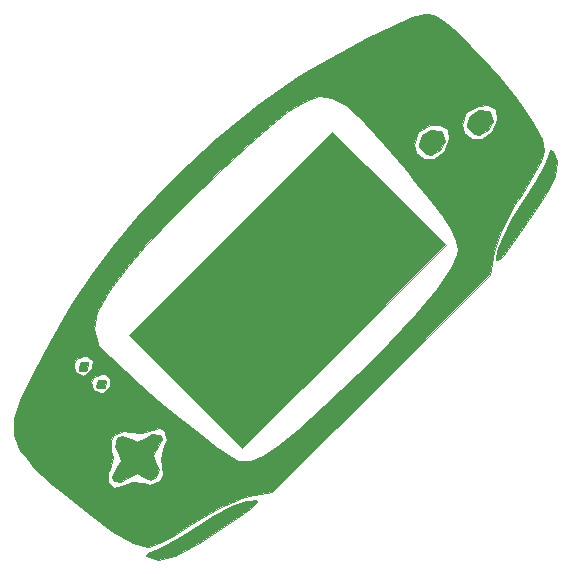
<source format=gbr>
%TF.GenerationSoftware,KiCad,Pcbnew,5.1.10*%
%TF.CreationDate,2021-06-16T23:26:04-06:00*%
%TF.ProjectId,cable-link,6361626c-652d-46c6-996e-6b2e6b696361,rev?*%
%TF.SameCoordinates,Original*%
%TF.FileFunction,Legend,Bot*%
%TF.FilePolarity,Positive*%
%FSLAX46Y46*%
G04 Gerber Fmt 4.6, Leading zero omitted, Abs format (unit mm)*
G04 Created by KiCad (PCBNEW 5.1.10) date 2021-06-16 23:26:04*
%MOMM*%
%LPD*%
G01*
G04 APERTURE LIST*
%ADD10C,0.010000*%
G04 APERTURE END LIST*
D10*
%TO.C,G\u002A\u002A\u002A*%
G36*
X62351640Y-31238426D02*
G01*
X62134665Y-30514286D01*
X62022969Y-30428807D01*
X61174745Y-30322035D01*
X60427094Y-30791827D01*
X60143228Y-31566671D01*
X60194268Y-31795805D01*
X60775057Y-32384874D01*
X61161039Y-32449483D01*
X61964511Y-32030218D01*
X62351640Y-31238426D01*
G37*
X62351640Y-31238426D02*
X62134665Y-30514286D01*
X62022969Y-30428807D01*
X61174745Y-30322035D01*
X60427094Y-30791827D01*
X60143228Y-31566671D01*
X60194268Y-31795805D01*
X60775057Y-32384874D01*
X61161039Y-32449483D01*
X61964511Y-32030218D01*
X62351640Y-31238426D01*
G36*
X58280590Y-32914740D02*
G01*
X58063616Y-32190600D01*
X57951919Y-32105122D01*
X57103696Y-31998349D01*
X56356044Y-32468141D01*
X56072179Y-33242986D01*
X56123218Y-33472119D01*
X56704008Y-34061188D01*
X57089990Y-34125798D01*
X57893462Y-33706532D01*
X58280590Y-32914740D01*
G37*
X58280590Y-32914740D02*
X58063616Y-32190600D01*
X57951919Y-32105122D01*
X57103696Y-31998349D01*
X56356044Y-32468141D01*
X56072179Y-33242986D01*
X56123218Y-33472119D01*
X56704008Y-34061188D01*
X57089990Y-34125798D01*
X57893462Y-33706532D01*
X58280590Y-32914740D01*
G36*
X34062284Y-60725435D02*
G01*
X33813166Y-60276304D01*
X33566874Y-59522012D01*
X33932903Y-58959200D01*
X34330811Y-58186952D01*
X34202311Y-57791766D01*
X33537165Y-57725566D01*
X33034877Y-58061174D01*
X32222860Y-58449859D01*
X31717774Y-58180911D01*
X31005605Y-57917950D01*
X30580274Y-58121043D01*
X30391025Y-58809412D01*
X30640143Y-59258542D01*
X30886434Y-60012835D01*
X30520406Y-60575646D01*
X30122497Y-61347895D01*
X30250998Y-61743079D01*
X30916144Y-61809281D01*
X31418431Y-61473671D01*
X32230449Y-61084987D01*
X32735536Y-61353935D01*
X33447704Y-61616896D01*
X33873035Y-61413803D01*
X34062284Y-60725435D01*
G37*
X34062284Y-60725435D02*
X33813166Y-60276304D01*
X33566874Y-59522012D01*
X33932903Y-58959200D01*
X34330811Y-58186952D01*
X34202311Y-57791766D01*
X33537165Y-57725566D01*
X33034877Y-58061174D01*
X32222860Y-58449859D01*
X31717774Y-58180911D01*
X31005605Y-57917950D01*
X30580274Y-58121043D01*
X30391025Y-58809412D01*
X30640143Y-59258542D01*
X30886434Y-60012835D01*
X30520406Y-60575646D01*
X30122497Y-61347895D01*
X30250998Y-61743079D01*
X30916144Y-61809281D01*
X31418431Y-61473671D01*
X32230449Y-61084987D01*
X32735536Y-61353935D01*
X33447704Y-61616896D01*
X33873035Y-61413803D01*
X34062284Y-60725435D01*
G36*
X29623624Y-53233956D02*
G01*
X29562512Y-53151968D01*
X28998518Y-53134675D01*
X28903959Y-53211836D01*
X28782979Y-53788401D01*
X28844092Y-53870388D01*
X29408085Y-53887682D01*
X29502643Y-53810520D01*
X29623624Y-53233956D01*
G37*
X29623624Y-53233956D02*
X29562512Y-53151968D01*
X28998518Y-53134675D01*
X28903959Y-53211836D01*
X28782979Y-53788401D01*
X28844092Y-53870388D01*
X29408085Y-53887682D01*
X29502643Y-53810520D01*
X29623624Y-53233956D01*
G36*
X28126914Y-51737246D02*
G01*
X28065802Y-51655258D01*
X27501808Y-51637965D01*
X27407251Y-51715127D01*
X27286270Y-52291691D01*
X27347382Y-52373679D01*
X27911375Y-52390972D01*
X28005934Y-52313810D01*
X28126914Y-51737246D01*
G37*
X28126914Y-51737246D02*
X28065802Y-51655258D01*
X27501808Y-51637965D01*
X27407251Y-51715127D01*
X27286270Y-52291691D01*
X27347382Y-52373679D01*
X27911375Y-52390972D01*
X28005934Y-52313810D01*
X28126914Y-51737246D01*
G36*
X48780260Y-32138168D02*
G01*
X31538168Y-49380260D01*
X41117108Y-58959200D01*
X58359200Y-41717108D01*
X48780260Y-32138168D01*
G37*
X48780260Y-32138168D02*
X31538168Y-49380260D01*
X41117108Y-58959200D01*
X58359200Y-41717108D01*
X48780260Y-32138168D01*
G36*
X64101297Y-41505986D02*
G01*
X65285064Y-39817826D01*
X66672814Y-37719123D01*
X66980528Y-37239481D01*
X67614480Y-35908383D01*
X67825773Y-34746085D01*
X67805592Y-34593841D01*
X67497301Y-33772508D01*
X67179296Y-33694269D01*
X66999914Y-34316560D01*
X66699837Y-35067198D01*
X65978228Y-36350764D01*
X65088561Y-37741920D01*
X64012268Y-39472124D01*
X63185530Y-41054248D01*
X62694897Y-42289470D01*
X62626918Y-42978974D01*
X62774650Y-43057330D01*
X63228747Y-42635265D01*
X64101297Y-41505986D01*
G37*
X64101297Y-41505986D02*
X65285064Y-39817826D01*
X66672814Y-37719123D01*
X66980528Y-37239481D01*
X67614480Y-35908383D01*
X67825773Y-34746085D01*
X67805592Y-34593841D01*
X67497301Y-33772508D01*
X67179296Y-33694269D01*
X66999914Y-34316560D01*
X66699837Y-35067198D01*
X65978228Y-36350764D01*
X65088561Y-37741920D01*
X64012268Y-39472124D01*
X63185530Y-41054248D01*
X62694897Y-42289470D01*
X62626918Y-42978974D01*
X62774650Y-43057330D01*
X63228747Y-42635265D01*
X64101297Y-41505986D01*
G36*
X42336869Y-63342561D02*
G01*
X41719659Y-63392768D01*
X41444807Y-63439875D01*
X40256243Y-63869162D01*
X38688839Y-64704608D01*
X37639757Y-65382190D01*
X36086184Y-66391908D01*
X34673864Y-67179693D01*
X34002438Y-67470176D01*
X33192759Y-67836676D01*
X33030633Y-68114816D01*
X33976917Y-68437675D01*
X35490635Y-68040776D01*
X37617084Y-66908908D01*
X38706231Y-66209078D01*
X40685984Y-64873419D01*
X41898618Y-64003422D01*
X42422718Y-63519625D01*
X42336869Y-63342561D01*
G37*
X42336869Y-63342561D02*
X41719659Y-63392768D01*
X41444807Y-63439875D01*
X40256243Y-63869162D01*
X38688839Y-64704608D01*
X37639757Y-65382190D01*
X36086184Y-66391908D01*
X34673864Y-67179693D01*
X34002438Y-67470176D01*
X33192759Y-67836676D01*
X33030633Y-68114816D01*
X33976917Y-68437675D01*
X35490635Y-68040776D01*
X37617084Y-66908908D01*
X38706231Y-66209078D01*
X40685984Y-64873419D01*
X41898618Y-64003422D01*
X42422718Y-63519625D01*
X42336869Y-63342561D01*
G36*
X62422712Y-42346066D02*
G01*
X63016271Y-40555008D01*
X64161291Y-38398578D01*
X64704872Y-37558354D01*
X65705974Y-35979638D01*
X66435294Y-34626206D01*
X66727919Y-33819032D01*
X66494648Y-32740790D01*
X65695821Y-31216843D01*
X64406276Y-29356328D01*
X62700857Y-27268387D01*
X60884300Y-25297382D01*
X59401923Y-23808530D01*
X58339940Y-22854687D01*
X57559617Y-22334364D01*
X56922214Y-22146069D01*
X56578547Y-22147596D01*
X55549863Y-22448322D01*
X53870906Y-23168402D01*
X51748506Y-24204689D01*
X49389492Y-25454044D01*
X47000692Y-26813321D01*
X45936480Y-27454672D01*
X42598769Y-29767043D01*
X39016884Y-32694294D01*
X35460815Y-35990247D01*
X32200554Y-39408722D01*
X30169765Y-41830828D01*
X28395326Y-44231606D01*
X26683808Y-46856581D01*
X24874656Y-49962370D01*
X23505189Y-52482799D01*
X22404314Y-54704406D01*
X21820549Y-56434774D01*
X21793977Y-57753608D01*
X27018985Y-52528599D01*
X26863729Y-51849349D01*
X27107908Y-51415784D01*
X27786661Y-51173134D01*
X27991492Y-51183050D01*
X28489972Y-51597606D01*
X28436282Y-52097143D01*
X29610472Y-50922952D01*
X28954356Y-50174881D01*
X28892216Y-50074742D01*
X28568673Y-48859204D01*
X28873917Y-47425550D01*
X29863158Y-45632581D01*
X31465394Y-43494202D01*
X32906655Y-41843081D01*
X34830883Y-39815544D01*
X37047350Y-37594673D01*
X39365333Y-35363552D01*
X41594108Y-33305261D01*
X43542951Y-31602883D01*
X45021136Y-30439500D01*
X45177536Y-30331495D01*
X46537061Y-29515986D01*
X47682432Y-29141729D01*
X48756115Y-29258302D01*
X49900578Y-29915283D01*
X51258285Y-31162252D01*
X52965532Y-33041708D01*
X54717205Y-35075490D01*
X55843722Y-33948973D01*
X55694989Y-33272369D01*
X56057111Y-32199389D01*
X57008797Y-31623483D01*
X57845013Y-31593426D01*
X58554208Y-31943887D01*
X58655754Y-32810272D01*
X58232672Y-33861550D01*
X57408964Y-34435160D01*
X56505644Y-34481001D01*
X55843722Y-33948973D01*
X54717205Y-35075490D01*
X55160624Y-35590324D01*
X55809885Y-36377546D01*
X59914772Y-32272659D01*
X59766039Y-31596054D01*
X60128161Y-30523075D01*
X61079847Y-29947168D01*
X61916062Y-29917111D01*
X62625257Y-30267573D01*
X62726804Y-31133958D01*
X62303722Y-32185236D01*
X61480014Y-32758846D01*
X60576693Y-32804687D01*
X59914772Y-32272659D01*
X55809885Y-36377546D01*
X56828436Y-37612530D01*
X58026448Y-39194305D01*
X58812135Y-40421631D01*
X59242976Y-41380487D01*
X59376448Y-42156853D01*
X59337268Y-42573099D01*
X58802826Y-43733231D01*
X57597496Y-45435656D01*
X55822830Y-47564874D01*
X53580386Y-50005383D01*
X50971718Y-52641683D01*
X48098382Y-55358274D01*
X48085112Y-55370409D01*
X45832576Y-57386254D01*
X44146652Y-58769151D01*
X42882186Y-59611142D01*
X41894029Y-60004268D01*
X41037024Y-60040573D01*
X40789152Y-59996814D01*
X40114918Y-59646106D01*
X38955596Y-58839276D01*
X37450431Y-57692452D01*
X35738667Y-56321763D01*
X33959545Y-54843340D01*
X32252310Y-53373311D01*
X30756205Y-52027806D01*
X29610472Y-50922952D01*
X28436282Y-52097143D01*
X28416204Y-52283942D01*
X27857932Y-52768246D01*
X27692131Y-52799515D01*
X27018985Y-52528599D01*
X21793977Y-57753608D01*
X21791694Y-57866878D01*
X22355550Y-59193691D01*
X22809591Y-59731413D01*
X28515695Y-54025309D01*
X28360439Y-53346059D01*
X28604618Y-52912494D01*
X29283370Y-52669844D01*
X29488201Y-52679760D01*
X29986681Y-53094316D01*
X29912913Y-53780651D01*
X29354642Y-54264956D01*
X29188841Y-54296224D01*
X28515695Y-54025309D01*
X22809591Y-59731413D01*
X23549916Y-60608187D01*
X25412591Y-62303340D01*
X25432129Y-62320135D01*
X27544379Y-64053056D01*
X29751454Y-61845981D01*
X29800214Y-60986628D01*
X29922615Y-60762697D01*
X30192670Y-59711523D01*
X30066681Y-59177970D01*
X30008749Y-58292088D01*
X30280933Y-57821701D01*
X31110932Y-57492710D01*
X31637201Y-57607450D01*
X32656383Y-57689291D01*
X33221928Y-57463384D01*
X34133194Y-57242074D01*
X34561521Y-57432556D01*
X34743830Y-58216074D01*
X34530694Y-58772150D01*
X34260638Y-59823324D01*
X34386628Y-60356877D01*
X34444560Y-61242758D01*
X34172377Y-61713145D01*
X33342377Y-62042137D01*
X32816108Y-61927397D01*
X31796926Y-61845556D01*
X31231381Y-62071463D01*
X30315350Y-62294433D01*
X29751454Y-61845981D01*
X27544379Y-64053056D01*
X28057024Y-64473638D01*
X30230954Y-66039670D01*
X31923676Y-66998804D01*
X33104950Y-67331614D01*
X33226447Y-67327245D01*
X34074271Y-67013824D01*
X35439006Y-66271412D01*
X36958353Y-65304873D01*
X39161248Y-63994633D01*
X41132302Y-63172205D01*
X41746065Y-63022713D01*
X43679328Y-62683158D01*
X62083158Y-44279329D01*
X62422712Y-42346066D01*
G37*
X62422712Y-42346066D02*
X63016271Y-40555008D01*
X64161291Y-38398578D01*
X64704872Y-37558354D01*
X65705974Y-35979638D01*
X66435294Y-34626206D01*
X66727919Y-33819032D01*
X66494648Y-32740790D01*
X65695821Y-31216843D01*
X64406276Y-29356328D01*
X62700857Y-27268387D01*
X60884300Y-25297382D01*
X59401923Y-23808530D01*
X58339940Y-22854687D01*
X57559617Y-22334364D01*
X56922214Y-22146069D01*
X56578547Y-22147596D01*
X55549863Y-22448322D01*
X53870906Y-23168402D01*
X51748506Y-24204689D01*
X49389492Y-25454044D01*
X47000692Y-26813321D01*
X45936480Y-27454672D01*
X42598769Y-29767043D01*
X39016884Y-32694294D01*
X35460815Y-35990247D01*
X32200554Y-39408722D01*
X30169765Y-41830828D01*
X28395326Y-44231606D01*
X26683808Y-46856581D01*
X24874656Y-49962370D01*
X23505189Y-52482799D01*
X22404314Y-54704406D01*
X21820549Y-56434774D01*
X21793977Y-57753608D01*
X27018985Y-52528599D01*
X26863729Y-51849349D01*
X27107908Y-51415784D01*
X27786661Y-51173134D01*
X27991492Y-51183050D01*
X28489972Y-51597606D01*
X28436282Y-52097143D01*
X29610472Y-50922952D01*
X28954356Y-50174881D01*
X28892216Y-50074742D01*
X28568673Y-48859204D01*
X28873917Y-47425550D01*
X29863158Y-45632581D01*
X31465394Y-43494202D01*
X32906655Y-41843081D01*
X34830883Y-39815544D01*
X37047350Y-37594673D01*
X39365333Y-35363552D01*
X41594108Y-33305261D01*
X43542951Y-31602883D01*
X45021136Y-30439500D01*
X45177536Y-30331495D01*
X46537061Y-29515986D01*
X47682432Y-29141729D01*
X48756115Y-29258302D01*
X49900578Y-29915283D01*
X51258285Y-31162252D01*
X52965532Y-33041708D01*
X54717205Y-35075490D01*
X55843722Y-33948973D01*
X55694989Y-33272369D01*
X56057111Y-32199389D01*
X57008797Y-31623483D01*
X57845013Y-31593426D01*
X58554208Y-31943887D01*
X58655754Y-32810272D01*
X58232672Y-33861550D01*
X57408964Y-34435160D01*
X56505644Y-34481001D01*
X55843722Y-33948973D01*
X54717205Y-35075490D01*
X55160624Y-35590324D01*
X55809885Y-36377546D01*
X59914772Y-32272659D01*
X59766039Y-31596054D01*
X60128161Y-30523075D01*
X61079847Y-29947168D01*
X61916062Y-29917111D01*
X62625257Y-30267573D01*
X62726804Y-31133958D01*
X62303722Y-32185236D01*
X61480014Y-32758846D01*
X60576693Y-32804687D01*
X59914772Y-32272659D01*
X55809885Y-36377546D01*
X56828436Y-37612530D01*
X58026448Y-39194305D01*
X58812135Y-40421631D01*
X59242976Y-41380487D01*
X59376448Y-42156853D01*
X59337268Y-42573099D01*
X58802826Y-43733231D01*
X57597496Y-45435656D01*
X55822830Y-47564874D01*
X53580386Y-50005383D01*
X50971718Y-52641683D01*
X48098382Y-55358274D01*
X48085112Y-55370409D01*
X45832576Y-57386254D01*
X44146652Y-58769151D01*
X42882186Y-59611142D01*
X41894029Y-60004268D01*
X41037024Y-60040573D01*
X40789152Y-59996814D01*
X40114918Y-59646106D01*
X38955596Y-58839276D01*
X37450431Y-57692452D01*
X35738667Y-56321763D01*
X33959545Y-54843340D01*
X32252310Y-53373311D01*
X30756205Y-52027806D01*
X29610472Y-50922952D01*
X28436282Y-52097143D01*
X28416204Y-52283942D01*
X27857932Y-52768246D01*
X27692131Y-52799515D01*
X27018985Y-52528599D01*
X21793977Y-57753608D01*
X21791694Y-57866878D01*
X22355550Y-59193691D01*
X22809591Y-59731413D01*
X28515695Y-54025309D01*
X28360439Y-53346059D01*
X28604618Y-52912494D01*
X29283370Y-52669844D01*
X29488201Y-52679760D01*
X29986681Y-53094316D01*
X29912913Y-53780651D01*
X29354642Y-54264956D01*
X29188841Y-54296224D01*
X28515695Y-54025309D01*
X22809591Y-59731413D01*
X23549916Y-60608187D01*
X25412591Y-62303340D01*
X25432129Y-62320135D01*
X27544379Y-64053056D01*
X29751454Y-61845981D01*
X29800214Y-60986628D01*
X29922615Y-60762697D01*
X30192670Y-59711523D01*
X30066681Y-59177970D01*
X30008749Y-58292088D01*
X30280933Y-57821701D01*
X31110932Y-57492710D01*
X31637201Y-57607450D01*
X32656383Y-57689291D01*
X33221928Y-57463384D01*
X34133194Y-57242074D01*
X34561521Y-57432556D01*
X34743830Y-58216074D01*
X34530694Y-58772150D01*
X34260638Y-59823324D01*
X34386628Y-60356877D01*
X34444560Y-61242758D01*
X34172377Y-61713145D01*
X33342377Y-62042137D01*
X32816108Y-61927397D01*
X31796926Y-61845556D01*
X31231381Y-62071463D01*
X30315350Y-62294433D01*
X29751454Y-61845981D01*
X27544379Y-64053056D01*
X28057024Y-64473638D01*
X30230954Y-66039670D01*
X31923676Y-66998804D01*
X33104950Y-67331614D01*
X33226447Y-67327245D01*
X34074271Y-67013824D01*
X35439006Y-66271412D01*
X36958353Y-65304873D01*
X39161248Y-63994633D01*
X41132302Y-63172205D01*
X41746065Y-63022713D01*
X43679328Y-62683158D01*
X62083158Y-44279329D01*
X62422712Y-42346066D01*
%TD*%
M02*

</source>
